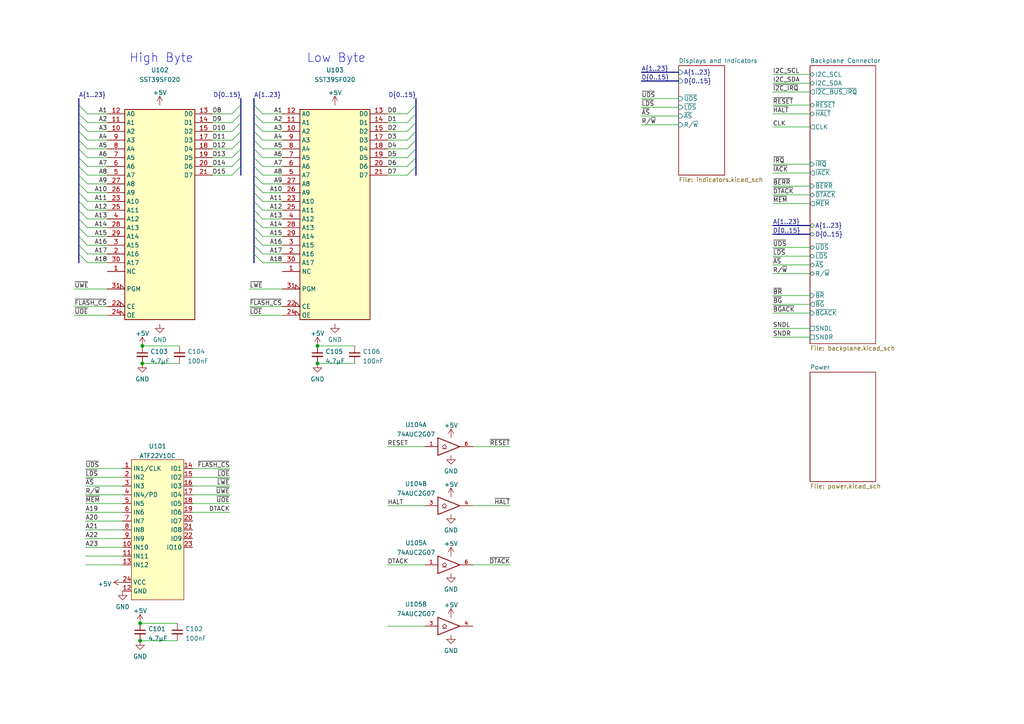
<source format=kicad_sch>
(kicad_sch (version 20211123) (generator eeschema)
  (paper "A4")
  (lib_symbols
    (symbol "68komputer-common:ATF22V10C"
      (property "Reference" "U" (at 0 3.81 0))
      (property "Value" "ATF22V10C" (at 0 1.27 0))
      (symbol "ATF22V10C_0_1"
        (rectangle (start -7.62 0) (end 7.62 -40.64) (stroke (width 0.1524)) (fill (type background)))
      )
      (symbol "ATF22V10C_1_1"
        (pin input line (at -10.16 -2.54 0) (length 2.54) (name "IN1/CLK") (number "1"))
        (pin input line (at -10.16 -25.4 0) (length 2.54) (name "IN10") (number "10"))
        (pin input line (at -10.16 -27.94 0) (length 2.54) (name "IN11") (number "11"))
        (pin power_in line (at -10.16 -38.1 0) (length 2.54) (name "GND") (number "12"))
        (pin input line (at -10.16 -30.48 0) (length 2.54) (name "IN12") (number "13"))
        (pin bidirectional line (at 10.16 -2.54 180) (length 2.54) (name "IO1") (number "14"))
        (pin bidirectional line (at 10.16 -5.08 180) (length 2.54) (name "IO2") (number "15"))
        (pin bidirectional line (at 10.16 -7.62 180) (length 2.54) (name "IO3") (number "16"))
        (pin bidirectional line (at 10.16 -10.16 180) (length 2.54) (name "IO4") (number "17"))
        (pin bidirectional line (at 10.16 -12.7 180) (length 2.54) (name "IO5") (number "18"))
        (pin bidirectional line (at 10.16 -15.24 180) (length 2.54) (name "IO6") (number "19"))
        (pin input line (at -10.16 -5.08 0) (length 2.54) (name "IN2") (number "2"))
        (pin bidirectional line (at 10.16 -17.78 180) (length 2.54) (name "IO7") (number "20"))
        (pin bidirectional line (at 10.16 -20.32 180) (length 2.54) (name "IO8") (number "21"))
        (pin bidirectional line (at 10.16 -22.86 180) (length 2.54) (name "IO9") (number "22"))
        (pin bidirectional line (at 10.16 -25.4 180) (length 2.54) (name "IO10") (number "23"))
        (pin power_in line (at -10.16 -35.56 0) (length 2.54) (name "VCC") (number "24"))
        (pin input line (at -10.16 -7.62 0) (length 2.54) (name "IN3") (number "3"))
        (pin input line (at -10.16 -10.16 0) (length 2.54) (name "IN4/PD") (number "4"))
        (pin input line (at -10.16 -12.7 0) (length 2.54) (name "IN5") (number "5"))
        (pin input line (at -10.16 -15.24 0) (length 2.54) (name "IN6") (number "6"))
        (pin input line (at -10.16 -17.78 0) (length 2.54) (name "IN7") (number "7"))
        (pin input line (at -10.16 -20.32 0) (length 2.54) (name "IN8") (number "8"))
        (pin input line (at -10.16 -22.86 0) (length 2.54) (name "IN9") (number "9"))
      )
    )
    (symbol "74xGxx:74AUC2G07" (pin_names (offset 1.016))
      (property "Reference" "U" (at -2.54 3.81 0))
      (property "Value" "74AUC2G07" (at 0 -3.81 0))
      (symbol "74AUC2G07_0_1"
        (polyline (pts (xy -2.54 -0.635) (xy -1.27 -0.635)))
        (polyline (pts (xy -3.81 2.54) (xy -3.81 -2.54) (xy 2.54 0) (xy -3.81 2.54)) (stroke (width 0.254)))
        (polyline (pts (xy -1.905 0.635) (xy -2.54 0) (xy -1.905 -0.635) (xy -1.27 0) (xy -1.905 0.635)))
        (pin power_in line (at 0 -2.54 270) (length 0) hide (name "GND") (number "2"))
        (pin power_in line (at 0 2.54 90) (length 0) hide (name "VCC") (number "5"))
      )
      (symbol "74AUC2G07_1_1"
        (pin input line (at -7.62 0 0) (length 3.81) (name "~") (number "1"))
        (pin open_collector line (at 6.35 0 180) (length 3.81) (name "~") (number "6"))
      )
      (symbol "74AUC2G07_2_1"
        (pin input line (at -7.62 0 0) (length 3.81) (name "~") (number "3"))
        (pin open_collector line (at 6.35 0 180) (length 3.81) (name "~") (number "4"))
      )
    )
    (symbol "Device:C_Small" (pin_numbers hide) (pin_names (offset 0.254) hide)
      (property "Reference" "C" (at 0.254 1.778 0))
      (property "Value" "C_Small" (at 0.254 -2.032 0))
      (symbol "C_Small_0_1"
        (polyline (pts (xy -1.524 -0.508) (xy 1.524 -0.508)) (stroke (width 0.3302)))
        (polyline (pts (xy -1.524 0.508) (xy 1.524 0.508)) (stroke (width 0.3048)))
      )
      (symbol "C_Small_1_1"
        (pin passive line (at 0 2.54 270) (length 2.032) (name "~") (number "1"))
        (pin passive line (at 0 -2.54 90) (length 2.032) (name "~") (number "2"))
      )
    )
    (symbol "Memory_Flash:SST39SF020"
      (property "Reference" "U" (at 2.54 33.02 0))
      (property "Value" "SST39SF020" (at 0 -30.48 0))
      (symbol "SST39SF020_0_0"
        (pin power_in line (at 0 -30.48 90) (length 1.27) hide (name "GND") (number "16"))
        (pin power_in line (at 0 33.02 270) (length 1.27) hide (name "VCC") (number "32"))
      )
      (symbol "SST39SF020_0_1"
        (rectangle (start -10.16 31.75) (end 10.16 -29.21) (stroke (width 0.254)) (fill (type background)))
      )
      (symbol "SST39SF020_1_1"
        (pin input line (at -15.24 -15.24 0) (length 5.08) (name "NC") (number "1"))
        (pin input line (at -15.24 25.4 0) (length 5.08) (name "A2") (number "10"))
        (pin input line (at -15.24 27.94 0) (length 5.08) (name "A1") (number "11"))
        (pin input line (at -15.24 30.48 0) (length 5.08) (name "A0") (number "12"))
        (pin tri_state line (at 15.24 30.48 180) (length 5.08) (name "D0") (number "13"))
        (pin tri_state line (at 15.24 27.94 180) (length 5.08) (name "D1") (number "14"))
        (pin tri_state line (at 15.24 25.4 180) (length 5.08) (name "D2") (number "15"))
        (pin tri_state line (at 15.24 22.86 180) (length 5.08) (name "D3") (number "17"))
        (pin tri_state line (at 15.24 20.32 180) (length 5.08) (name "D4") (number "18"))
        (pin tri_state line (at 15.24 17.78 180) (length 5.08) (name "D5") (number "19"))
        (pin input line (at -15.24 -10.16 0) (length 5.08) (name "A16") (number "2"))
        (pin tri_state line (at 15.24 15.24 180) (length 5.08) (name "D6") (number "20"))
        (pin tri_state line (at 15.24 12.7 180) (length 5.08) (name "D7") (number "21"))
        (pin input input_low (at -15.24 -25.4 0) (length 5.08) (name "CE") (number "22"))
        (pin input line (at -15.24 5.08 0) (length 5.08) (name "A10") (number "23"))
        (pin input input_low (at -15.24 -27.94 0) (length 5.08) (name "OE") (number "24"))
        (pin input line (at -15.24 2.54 0) (length 5.08) (name "A11") (number "25"))
        (pin input line (at -15.24 7.62 0) (length 5.08) (name "A9") (number "26"))
        (pin input line (at -15.24 10.16 0) (length 5.08) (name "A8") (number "27"))
        (pin input line (at -15.24 -2.54 0) (length 5.08) (name "A13") (number "28"))
        (pin input line (at -15.24 -5.08 0) (length 5.08) (name "A14") (number "29"))
        (pin input line (at -15.24 -7.62 0) (length 5.08) (name "A15") (number "3"))
        (pin input line (at -15.24 -12.7 0) (length 5.08) (name "A17") (number "30"))
        (pin input input_low (at -15.24 -20.32 0) (length 5.08) (name "PGM") (number "31"))
        (pin input line (at -15.24 0 0) (length 5.08) (name "A12") (number "4"))
        (pin input line (at -15.24 12.7 0) (length 5.08) (name "A7") (number "5"))
        (pin input line (at -15.24 15.24 0) (length 5.08) (name "A6") (number "6"))
        (pin input line (at -15.24 17.78 0) (length 5.08) (name "A5") (number "7"))
        (pin input line (at -15.24 20.32 0) (length 5.08) (name "A4") (number "8"))
        (pin input line (at -15.24 22.86 0) (length 5.08) (name "A3") (number "9"))
      )
    )
    (symbol "power:+5V" (power) (pin_names (offset 0))
      (property "Value" "+5V" (at 0 3.556 0))
      (symbol "+5V_0_1"
        (polyline (pts (xy -0.762 1.27) (xy 0 2.54)))
        (polyline (pts (xy 0 0) (xy 0 2.54)))
        (polyline (pts (xy 0 2.54) (xy 0.762 1.27)))
      )
      (symbol "+5V_1_1"
        (pin power_in line (at 0 0 90) (length 0) hide (name "+5V") (number "1"))
      )
    )
    (symbol "power:GND" (power) (pin_names (offset 0))
      (property "Value" "GND" (at 0 -3.81 0))
      (symbol "GND_0_1"
        (polyline (pts (xy 0 0) (xy 0 -1.27) (xy 1.27 -1.27) (xy 0 -2.54) (xy -1.27 -1.27) (xy 0 -1.27)))
      )
      (symbol "GND_1_1"
        (pin power_in line (at 0 0 270) (length 0) hide (name "GND") (number "1"))
      )
    )
  )
  (junction (at 92.075 100.33))
  (junction (at 41.275 105.41))
  (junction (at 92.075 105.41))
  (junction (at 40.64 185.8495))
  (junction (at 41.275 100.33))
  (junction (at 40.64 180.7695))
  (bus_entry (at 22.86 55.88) (size 2.54 2.54))
  (bus_entry (at 22.86 33.02) (size 2.54 2.54))
  (bus_entry (at 22.86 63.5) (size 2.54 2.54))
  (bus_entry (at 22.86 60.96) (size 2.54 2.54))
  (bus_entry (at 73.66 60.96) (size 2.54 2.54))
  (bus_entry (at 118.11 40.64) (size 2.54 -2.54))
  (bus_entry (at 67.31 33.02) (size 2.54 -2.54))
  (bus_entry (at 67.31 50.8) (size 2.54 -2.54))
  (bus_entry (at 118.11 35.56) (size 2.54 -2.54))
  (bus_entry (at 118.11 33.02) (size 2.54 -2.54))
  (bus_entry (at 22.86 40.64) (size 2.54 2.54))
  (bus_entry (at 73.66 66.04) (size 2.54 2.54))
  (bus_entry (at 118.11 38.1) (size 2.54 -2.54))
  (bus_entry (at 73.66 71.12) (size 2.54 2.54))
  (bus_entry (at 67.31 48.26) (size 2.54 -2.54))
  (bus_entry (at 73.66 68.58) (size 2.54 2.54))
  (bus_entry (at 118.11 48.26) (size 2.54 -2.54))
  (bus_entry (at 22.86 58.42) (size 2.54 2.54))
  (bus_entry (at 118.11 43.18) (size 2.54 -2.54))
  (bus_entry (at 118.11 50.8) (size 2.54 -2.54))
  (bus_entry (at 67.31 43.18) (size 2.54 -2.54))
  (bus_entry (at 22.86 73.66) (size 2.54 2.54))
  (bus_entry (at 22.86 53.34) (size 2.54 2.54))
  (bus_entry (at 73.66 45.72) (size 2.54 2.54))
  (bus_entry (at 22.86 30.48) (size 2.54 2.54))
  (bus_entry (at 118.11 45.72) (size 2.54 -2.54))
  (bus_entry (at 73.66 38.1) (size 2.54 2.54))
  (bus_entry (at 22.86 43.18) (size 2.54 2.54))
  (bus_entry (at 73.66 53.34) (size 2.54 2.54))
  (bus_entry (at 22.86 38.1) (size 2.54 2.54))
  (bus_entry (at 73.66 30.48) (size 2.54 2.54))
  (bus_entry (at 73.66 58.42) (size 2.54 2.54))
  (bus_entry (at 22.86 50.8) (size 2.54 2.54))
  (bus_entry (at 73.66 50.8) (size 2.54 2.54))
  (bus_entry (at 73.66 40.64) (size 2.54 2.54))
  (bus_entry (at 73.66 43.18) (size 2.54 2.54))
  (bus_entry (at 73.66 73.66) (size 2.54 2.54))
  (bus_entry (at 67.31 40.64) (size 2.54 -2.54))
  (bus_entry (at 22.86 45.72) (size 2.54 2.54))
  (bus_entry (at 22.86 71.12) (size 2.54 2.54))
  (bus_entry (at 22.86 48.26) (size 2.54 2.54))
  (bus_entry (at 73.66 48.26) (size 2.54 2.54))
  (bus_entry (at 73.66 33.02) (size 2.54 2.54))
  (bus_entry (at 73.66 55.88) (size 2.54 2.54))
  (bus_entry (at 22.86 35.56) (size 2.54 2.54))
  (bus_entry (at 67.31 35.56) (size 2.54 -2.54))
  (bus_entry (at 73.66 63.5) (size 2.54 2.54))
  (bus_entry (at 22.86 66.04) (size 2.54 2.54))
  (bus_entry (at 67.31 38.1) (size 2.54 -2.54))
  (bus_entry (at 73.66 35.56) (size 2.54 2.54))
  (bus_entry (at 67.31 45.72) (size 2.54 -2.54))
  (bus_entry (at 22.86 68.58) (size 2.54 2.54))
  (wire (pts (xy 55.88 138.43) (xy 66.675 138.43)))
  (wire (pts (xy 76.2 35.56) (xy 81.915 35.56)))
  (bus (pts (xy 22.86 33.02) (xy 22.86 35.56)))
  (bus (pts (xy 22.86 38.1) (xy 22.86 40.64)))
  (wire (pts (xy 24.765 138.43) (xy 35.56 138.43)))
  (bus (pts (xy 224.155 65.405) (xy 234.95 65.405)))
  (wire (pts (xy 72.39 83.82) (xy 81.915 83.82)))
  (wire (pts (xy 55.88 140.97) (xy 66.675 140.97)))
  (wire (pts (xy 61.595 35.56) (xy 67.31 35.56)))
  (wire (pts (xy 25.4 45.72) (xy 31.115 45.72)))
  (wire (pts (xy 61.595 40.64) (xy 67.31 40.64)))
  (wire (pts (xy 112.395 50.8) (xy 118.11 50.8)))
  (wire (pts (xy 76.2 66.04) (xy 81.915 66.04)))
  (bus (pts (xy 120.65 33.02) (xy 120.65 35.56)))
  (wire (pts (xy 40.64 180.7695) (xy 51.435 180.7695)))
  (wire (pts (xy 224.155 90.805) (xy 234.95 90.805)))
  (wire (pts (xy 25.4 48.26) (xy 31.115 48.26)))
  (bus (pts (xy 22.86 30.48) (xy 22.86 33.02)))
  (bus (pts (xy 120.65 40.64) (xy 120.65 43.18)))
  (wire (pts (xy 61.595 50.8) (xy 67.31 50.8)))
  (bus (pts (xy 22.86 58.42) (xy 22.86 60.96)))
  (wire (pts (xy 224.155 56.515) (xy 234.95 56.515)))
  (bus (pts (xy 224.155 67.945) (xy 234.95 67.945)))
  (wire (pts (xy 112.395 48.26) (xy 118.11 48.26)))
  (wire (pts (xy 24.765 158.75) (xy 35.56 158.75)))
  (bus (pts (xy 69.85 35.56) (xy 69.85 38.1)))
  (bus (pts (xy 69.85 38.1) (xy 69.85 40.64)))
  (bus (pts (xy 69.85 40.64) (xy 69.85 43.18)))
  (bus (pts (xy 69.85 28.575) (xy 69.85 30.48)))
  (bus (pts (xy 69.85 30.48) (xy 69.85 33.02)))
  (bus (pts (xy 69.85 33.02) (xy 69.85 35.56)))
  (bus (pts (xy 69.85 43.18) (xy 69.85 45.72)))
  (bus (pts (xy 69.85 48.26) (xy 69.85 50.8)))
  (bus (pts (xy 69.85 45.72) (xy 69.85 48.26)))
  (bus (pts (xy 22.86 73.66) (xy 22.86 76.2)))
  (wire (pts (xy 24.765 140.97) (xy 35.56 140.97)))
  (wire (pts (xy 76.2 38.1) (xy 81.915 38.1)))
  (wire (pts (xy 224.155 50.165) (xy 234.95 50.165)))
  (wire (pts (xy 76.2 40.64) (xy 81.915 40.64)))
  (wire (pts (xy 224.155 53.975) (xy 234.95 53.975)))
  (wire (pts (xy 55.88 135.89) (xy 66.675 135.89)))
  (bus (pts (xy 22.86 40.64) (xy 22.86 43.18)))
  (wire (pts (xy 224.155 85.725) (xy 234.95 85.725)))
  (wire (pts (xy 224.155 95.25) (xy 234.95 95.25)))
  (wire (pts (xy 61.595 45.72) (xy 67.31 45.72)))
  (wire (pts (xy 25.4 68.58) (xy 31.115 68.58)))
  (wire (pts (xy 76.2 50.8) (xy 81.915 50.8)))
  (bus (pts (xy 120.65 38.1) (xy 120.65 40.64)))
  (wire (pts (xy 224.155 47.625) (xy 234.95 47.625)))
  (wire (pts (xy 24.765 156.21) (xy 35.56 156.21)))
  (wire (pts (xy 61.595 48.26) (xy 67.31 48.26)))
  (wire (pts (xy 21.59 83.82) (xy 31.115 83.82)))
  (wire (pts (xy 61.595 43.18) (xy 67.31 43.18)))
  (wire (pts (xy 147.955 129.54) (xy 137.16 129.54)))
  (wire (pts (xy 24.765 146.05) (xy 35.56 146.05)))
  (wire (pts (xy 21.59 88.9) (xy 31.115 88.9)))
  (bus (pts (xy 120.65 43.18) (xy 120.65 45.72)))
  (wire (pts (xy 112.395 33.02) (xy 118.11 33.02)))
  (wire (pts (xy 25.4 40.64) (xy 31.115 40.64)))
  (wire (pts (xy 224.155 30.48) (xy 234.95 30.48)))
  (wire (pts (xy 24.765 148.59) (xy 35.56 148.59)))
  (wire (pts (xy 25.4 43.18) (xy 31.115 43.18)))
  (wire (pts (xy 224.155 79.375) (xy 234.95 79.375)))
  (wire (pts (xy 76.2 60.96) (xy 81.915 60.96)))
  (wire (pts (xy 41.275 100.33) (xy 52.07 100.33)))
  (wire (pts (xy 224.155 76.835) (xy 234.95 76.835)))
  (wire (pts (xy 224.155 36.83) (xy 234.95 36.83)))
  (wire (pts (xy 147.955 163.83) (xy 137.16 163.83)))
  (wire (pts (xy 186.055 28.575) (xy 196.85 28.575)))
  (bus (pts (xy 22.86 55.88) (xy 22.86 58.42)))
  (wire (pts (xy 21.59 91.44) (xy 31.115 91.44)))
  (bus (pts (xy 22.86 60.96) (xy 22.86 63.5)))
  (wire (pts (xy 25.4 63.5) (xy 31.115 63.5)))
  (wire (pts (xy 25.4 55.88) (xy 31.115 55.88)))
  (wire (pts (xy 76.2 71.12) (xy 81.915 71.12)))
  (wire (pts (xy 224.155 26.67) (xy 234.95 26.67)))
  (wire (pts (xy 92.075 105.41) (xy 102.87 105.41)))
  (wire (pts (xy 24.765 135.89) (xy 35.56 135.89)))
  (wire (pts (xy 186.055 36.195) (xy 196.85 36.195)))
  (wire (pts (xy 112.395 146.685) (xy 123.19 146.685)))
  (bus (pts (xy 186.055 23.495) (xy 196.85 23.495)))
  (wire (pts (xy 61.595 38.1) (xy 67.31 38.1)))
  (wire (pts (xy 147.955 146.685) (xy 137.16 146.685)))
  (wire (pts (xy 25.4 53.34) (xy 31.115 53.34)))
  (bus (pts (xy 22.86 68.58) (xy 22.86 71.12)))
  (bus (pts (xy 22.86 43.18) (xy 22.86 45.72)))
  (wire (pts (xy 112.395 129.54) (xy 123.19 129.54)))
  (wire (pts (xy 186.055 33.655) (xy 196.85 33.655)))
  (wire (pts (xy 76.2 76.2) (xy 81.915 76.2)))
  (wire (pts (xy 224.155 88.265) (xy 234.95 88.265)))
  (bus (pts (xy 120.65 30.48) (xy 120.65 33.02)))
  (bus (pts (xy 22.86 50.8) (xy 22.86 53.34)))
  (wire (pts (xy 25.4 33.02) (xy 31.115 33.02)))
  (wire (pts (xy 25.4 58.42) (xy 31.115 58.42)))
  (wire (pts (xy 72.39 88.9) (xy 81.915 88.9)))
  (wire (pts (xy 76.2 58.42) (xy 81.915 58.42)))
  (wire (pts (xy 24.765 151.13) (xy 35.56 151.13)))
  (wire (pts (xy 76.2 45.72) (xy 81.915 45.72)))
  (bus (pts (xy 22.86 71.12) (xy 22.86 73.66)))
  (wire (pts (xy 76.2 73.66) (xy 81.915 73.66)))
  (bus (pts (xy 22.86 28.575) (xy 22.86 30.48)))
  (wire (pts (xy 25.4 66.04) (xy 31.115 66.04)))
  (bus (pts (xy 22.86 45.72) (xy 22.86 48.26)))
  (wire (pts (xy 224.155 21.59) (xy 234.95 21.59)))
  (wire (pts (xy 186.055 31.115) (xy 196.85 31.115)))
  (wire (pts (xy 76.2 55.88) (xy 81.915 55.88)))
  (wire (pts (xy 25.4 76.2) (xy 31.115 76.2)))
  (wire (pts (xy 224.155 33.02) (xy 234.95 33.02)))
  (wire (pts (xy 25.4 73.66) (xy 31.115 73.66)))
  (wire (pts (xy 24.765 161.29) (xy 35.56 161.29)))
  (bus (pts (xy 73.66 35.56) (xy 73.66 38.1)))
  (bus (pts (xy 73.66 33.02) (xy 73.66 35.56)))
  (bus (pts (xy 73.66 38.1) (xy 73.66 40.64)))
  (bus (pts (xy 73.66 40.64) (xy 73.66 43.18)))
  (bus (pts (xy 73.66 43.18) (xy 73.66 45.72)))
  (bus (pts (xy 73.66 28.575) (xy 73.66 30.48)))
  (bus (pts (xy 73.66 30.48) (xy 73.66 33.02)))
  (bus (pts (xy 73.66 50.8) (xy 73.66 53.34)))
  (bus (pts (xy 73.66 48.26) (xy 73.66 50.8)))
  (bus (pts (xy 73.66 53.34) (xy 73.66 55.88)))
  (bus (pts (xy 73.66 45.72) (xy 73.66 48.26)))
  (bus (pts (xy 73.66 63.5) (xy 73.66 66.04)))
  (bus (pts (xy 73.66 60.96) (xy 73.66 63.5)))
  (bus (pts (xy 73.66 55.88) (xy 73.66 58.42)))
  (bus (pts (xy 73.66 58.42) (xy 73.66 60.96)))
  (bus (pts (xy 73.66 66.04) (xy 73.66 68.58)))
  (bus (pts (xy 73.66 73.66) (xy 73.66 76.2)))
  (bus (pts (xy 73.66 71.12) (xy 73.66 73.66)))
  (bus (pts (xy 73.66 68.58) (xy 73.66 71.12)))
  (wire (pts (xy 76.2 33.02) (xy 81.915 33.02)))
  (wire (pts (xy 76.2 63.5) (xy 81.915 63.5)))
  (bus (pts (xy 22.86 53.34) (xy 22.86 55.88)))
  (wire (pts (xy 112.395 45.72) (xy 118.11 45.72)))
  (wire (pts (xy 55.88 146.05) (xy 66.675 146.05)))
  (bus (pts (xy 120.65 48.26) (xy 120.65 50.8)))
  (bus (pts (xy 22.86 66.04) (xy 22.86 68.58)))
  (bus (pts (xy 22.86 35.56) (xy 22.86 38.1)))
  (bus (pts (xy 120.65 28.575) (xy 120.65 30.48)))
  (wire (pts (xy 41.275 105.41) (xy 52.07 105.41)))
  (wire (pts (xy 55.88 143.51) (xy 66.675 143.51)))
  (wire (pts (xy 25.4 60.96) (xy 31.115 60.96)))
  (wire (pts (xy 92.075 100.33) (xy 102.87 100.33)))
  (wire (pts (xy 112.395 38.1) (xy 118.11 38.1)))
  (wire (pts (xy 112.395 35.56) (xy 118.11 35.56)))
  (bus (pts (xy 186.055 20.955) (xy 196.85 20.955)))
  (bus (pts (xy 120.65 45.72) (xy 120.65 48.26)))
  (wire (pts (xy 224.155 24.13) (xy 234.95 24.13)))
  (wire (pts (xy 224.155 97.79) (xy 234.95 97.79)))
  (bus (pts (xy 120.65 35.56) (xy 120.65 38.1)))
  (wire (pts (xy 224.155 74.295) (xy 234.95 74.295)))
  (wire (pts (xy 40.64 185.8495) (xy 51.435 185.8495)))
  (bus (pts (xy 22.86 48.26) (xy 22.86 50.8)))
  (wire (pts (xy 112.395 40.64) (xy 118.11 40.64)))
  (wire (pts (xy 25.4 38.1) (xy 31.115 38.1)))
  (wire (pts (xy 224.155 59.055) (xy 234.95 59.055)))
  (bus (pts (xy 22.86 63.5) (xy 22.86 66.04)))
  (wire (pts (xy 24.765 163.83) (xy 35.56 163.83)))
  (wire (pts (xy 24.765 143.51) (xy 35.56 143.51)))
  (wire (pts (xy 112.395 181.61) (xy 123.19 181.61)))
  (wire (pts (xy 25.4 35.56) (xy 31.115 35.56)))
  (wire (pts (xy 72.39 91.44) (xy 81.915 91.44)))
  (wire (pts (xy 25.4 71.12) (xy 31.115 71.12)))
  (wire (pts (xy 224.155 71.755) (xy 234.95 71.755)))
  (wire (pts (xy 55.88 148.59) (xy 66.675 148.59)))
  (wire (pts (xy 25.4 50.8) (xy 31.115 50.8)))
  (wire (pts (xy 76.2 43.18) (xy 81.915 43.18)))
  (wire (pts (xy 24.765 153.67) (xy 35.56 153.67)))
  (wire (pts (xy 76.2 53.34) (xy 81.915 53.34)))
  (wire (pts (xy 112.395 163.83) (xy 123.19 163.83)))
  (wire (pts (xy 76.2 48.26) (xy 81.915 48.26)))
  (wire (pts (xy 112.395 43.18) (xy 118.11 43.18)))
  (wire (pts (xy 76.2 68.58) (xy 81.915 68.58)))
  (wire (pts (xy 61.595 33.02) (xy 67.31 33.02)))
  (text "Low Byte" (at 88.9 18.415 0) (effects (font (size 2.54 2.54)) (justify left bottom)))
  (text "High Byte" (at 37.465 18.415 0) (effects (font (size 2.54 2.54)) (justify left bottom)))
  (label "~{RESET}" (at 224.155 30.48 0))
  (label "~{FLASH_CS}" (at 21.59 88.9 0))
  (label "A16" (at 31.115 71.12 180))
  (label "D14" (at 61.595 48.26 0))
  (label "D3" (at 112.395 40.64 0))
  (label "DTACK" (at 112.395 163.83 0))
  (label "RESET" (at 112.395 129.54 0))
  (label "~{LDS}" (at 24.765 138.43 0))
  (label "A23" (at 24.765 158.75 0))
  (label "A15" (at 81.915 68.58 180))
  (label "~{UOE}" (at 66.675 146.05 180))
  (label "~{DTACK}" (at 147.955 163.83 180))
  (label "D10" (at 61.595 38.1 0))
  (label "A3" (at 31.115 38.1 180))
  (label "I2C_SDA" (at 224.155 24.13 0))
  (label "~{LWE}" (at 72.39 83.82 0))
  (label "~{BGACK}" (at 224.155 90.805 0))
  (label "~{UDS}" (at 224.155 71.755 0))
  (label "~{BG}" (at 224.155 88.265 0))
  (label "A2" (at 31.115 35.56 180))
  (label "D{0..15}" (at 186.055 23.495 0))
  (label "D0" (at 112.395 33.02 0))
  (label "R{slash}~{W}" (at 186.055 36.195 0))
  (label "~{UWE}" (at 21.59 83.82 0))
  (label "A7" (at 31.115 48.26 180))
  (label "~{UOE}" (at 21.59 91.44 0))
  (label "A4" (at 31.115 40.64 180))
  (label "~{MEM}" (at 224.155 59.055 0))
  (label "A21" (at 24.765 153.67 0))
  (label "~{UWE}" (at 66.675 143.51 180))
  (label "A9" (at 31.115 53.34 180))
  (label "A2" (at 81.915 35.56 180))
  (label "A6" (at 31.115 45.72 180))
  (label "DTACK" (at 66.675 148.59 180))
  (label "~{FLASH_CS}" (at 66.675 135.89 180))
  (label "~{LOE}" (at 72.39 91.44 0))
  (label "A{1..23}" (at 22.86 28.575 0))
  (label "A3" (at 81.915 38.1 180))
  (label "~{I2C_IRQ}" (at 224.155 26.67 0))
  (label "I2C_SCL" (at 224.155 21.59 0))
  (label "~{MEM}" (at 24.765 146.05 0))
  (label "R{slash}~{W}" (at 224.155 79.375 0))
  (label "A{1..23}" (at 224.155 65.405 0))
  (label "A6" (at 81.915 45.72 180))
  (label "A8" (at 81.915 50.8 180))
  (label "D9" (at 61.595 35.56 0))
  (label "R{slash}~{W}" (at 24.765 143.51 0))
  (label "A{1..23}" (at 73.66 28.575 0))
  (label "A13" (at 31.115 63.5 180))
  (label "A18" (at 81.915 76.2 180))
  (label "A10" (at 31.115 55.88 180))
  (label "A20" (at 24.765 151.13 0))
  (label "A{1..23}" (at 186.055 20.955 0))
  (label "A11" (at 81.915 58.42 180))
  (label "~{BERR}" (at 224.155 53.975 0))
  (label "~{FLASH_CS}" (at 72.39 88.9 0))
  (label "SNDL" (at 224.155 95.25 0))
  (label "~{HALT}" (at 224.155 33.02 0))
  (label "A1" (at 81.915 33.02 180))
  (label "D11" (at 61.595 40.64 0))
  (label "A11" (at 31.115 58.42 180))
  (label "~{LDS}" (at 186.055 31.115 0))
  (label "A8" (at 31.115 50.8 180))
  (label "A14" (at 31.115 66.04 180))
  (label "D4" (at 112.395 43.18 0))
  (label "A13" (at 81.915 63.5 180))
  (label "~{AS}" (at 24.765 140.97 0))
  (label "CLK" (at 224.155 36.83 0))
  (label "~{RESET}" (at 147.955 129.54 180))
  (label "D6" (at 112.395 48.26 0))
  (label "D15" (at 61.595 50.8 0))
  (label "A9" (at 81.915 53.34 180))
  (label "A17" (at 31.115 73.66 180))
  (label "D8" (at 61.595 33.02 0))
  (label "D13" (at 61.595 45.72 0))
  (label "A10" (at 81.915 55.88 180))
  (label "A12" (at 31.115 60.96 180))
  (label "A19" (at 24.765 148.59 0))
  (label "A14" (at 81.915 66.04 180))
  (label "A18" (at 31.115 76.2 180))
  (label "A1" (at 31.115 33.02 180))
  (label "~{BR}" (at 224.155 85.725 0))
  (label "D{0..15}" (at 224.155 67.945 0))
  (label "A12" (at 81.915 60.96 180))
  (label "A4" (at 81.915 40.64 180))
  (label "~{AS}" (at 186.055 33.655 0))
  (label "A5" (at 31.115 43.18 180))
  (label "A5" (at 81.915 43.18 180))
  (label "D{0..15}" (at 69.85 28.575 180))
  (label "HALT" (at 112.395 146.685 0))
  (label "A17" (at 81.915 73.66 180))
  (label "D12" (at 61.595 43.18 0))
  (label "~{LWE}" (at 66.675 140.97 180))
  (label "D5" (at 112.395 45.72 0))
  (label "A7" (at 81.915 48.26 180))
  (label "~{IACK}" (at 224.155 50.165 0))
  (label "~{HALT}" (at 147.955 146.685 180))
  (label "~{AS}" (at 224.155 76.835 0))
  (label "~{UDS}" (at 24.765 135.89 0))
  (label "~{LDS}" (at 224.155 74.295 0))
  (label "D2" (at 112.395 38.1 0))
  (label "A15" (at 31.115 68.58 180))
  (label "A22" (at 24.765 156.21 0))
  (label "SNDR" (at 224.155 97.79 0))
  (label "A16" (at 81.915 71.12 180))
  (label "D{0..15}" (at 120.65 28.575 180))
  (label "~{DTACK}" (at 224.155 56.515 0))
  (label "~{LOE}" (at 66.675 138.43 180))
  (label "~{IRQ}" (at 224.155 47.625 0))
  (label "D1" (at 112.395 35.56 0))
  (label "~{UDS}" (at 186.055 28.575 0))
  (label "D7" (at 112.395 50.8 0))
  (symbol (lib_id "power:+5V") (at 130.81 161.29 0) (unit 1)
    (property "Reference" "#PWR0117" (effects hide))
    (property "Value" "+5V" (at 130.81 157.6855 0))
  )
  (symbol (lib_id "Device:C_Small") (at 40.64 183.3095 0) (unit 1)
    (property "Reference" "C101" (at 42.9641 182.401 0) (effects (justify left)))
    (property "Value" "4.7µF" (at 42.9641 185.1761 0) (effects (justify left)))
    (property "Footprint" "Capacitor_SMD:C_0805_2012Metric" (effects hide))
  )
  (symbol (lib_id "power:+5V") (at 130.81 127 0) (unit 1)
    (property "Reference" "#PWR0113" (effects hide))
    (property "Value" "+5V" (at 130.81 123.3955 0))
  )
  (symbol (lib_id "Memory_Flash:SST39SF020") (at 46.355 63.5 0) (unit 1)
    (property "Reference" "U102" (at 46.355 20.32 0))
    (property "Value" "SST39SF020" (at 46.355 23.0951 0))
    (property "Footprint" "Socket:DIP_Socket-32_W11.9_W12.7_W15.24_W17.78_W18.5_3M_232-1285-00-0602J" (effects hide))
    (property "Datasheet" "http://ww1.microchip.com/downloads/en/DeviceDoc/25022B.pdf" (effects hide))
  )
  (symbol (lib_id "power:GND") (at 130.81 149.225 0) (unit 1)
    (property "Reference" "#PWR0116" (effects hide))
    (property "Value" "GND" (at 130.81 153.7874 0))
  )
  (symbol (lib_id "68komputer-common:ATF22V10C") (at 45.72 133.35 0) (unit 1)
    (property "Reference" "U101" (at 45.72 129.4343 0))
    (property "Value" "ATF22V10C" (at 45.72 132.2094 0))
    (property "Footprint" "Package_DIP:DIP-24_W7.62mm_Socket" (effects hide))
    (property "Datasheet" "https://www.microchip.com/content/dam/mchp/documents/OTH/ProductDocuments/DataSheets/doc0735.pdf" (effects hide))
  )
  (symbol (lib_id "Device:C_Small") (at 52.07 102.87 0) (unit 1)
    (property "Reference" "C104" (at 54.3941 101.9615 0) (effects (justify left)))
    (property "Value" "100nF" (at 54.3941 104.7366 0) (effects (justify left)))
    (property "Footprint" "Capacitor_SMD:C_0805_2012Metric" (effects hide))
  )
  (symbol (lib_id "power:GND") (at 130.81 132.08 0) (unit 1)
    (property "Reference" "#PWR0114" (effects hide))
    (property "Value" "GND" (at 130.81 136.6424 0))
  )
  (symbol (lib_id "power:GND") (at 97.155 93.98 0) (unit 1)
    (property "Reference" "#PWR0106" (effects hide))
    (property "Value" "GND" (at 97.155 98.5424 0))
  )
  (symbol (lib_id "74xGxx:74AUC2G07") (at 130.81 181.61 0) (unit 2)
    (property "Reference" "U105" (at 120.65 175.26 0))
    (property "Value" "74AUC2G07" (at 120.65 178.0351 0))
    (property "Footprint" "Package_TO_SOT_SMD:SOT-23-6" (effects hide))
    (property "Datasheet" "http://www.ti.com/lit/sg/scyt129e/scyt129e.pdf" (effects hide))
  )
  (symbol (lib_id "Device:C_Small") (at 51.435 183.3095 0) (unit 1)
    (property "Reference" "C102" (at 53.7591 182.401 0) (effects (justify left)))
    (property "Value" "100nF" (at 53.7591 185.1761 0) (effects (justify left)))
    (property "Footprint" "Capacitor_SMD:C_0805_2012Metric" (effects hide))
  )
  (symbol (lib_id "Device:C_Small") (at 102.87 102.87 0) (unit 1)
    (property "Reference" "C106" (at 105.1941 101.9615 0) (effects (justify left)))
    (property "Value" "100nF" (at 105.1941 104.7366 0) (effects (justify left)))
    (property "Footprint" "Capacitor_SMD:C_0805_2012Metric" (effects hide))
  )
  (symbol (lib_id "power:+5V") (at 130.81 144.145 0) (unit 1)
    (property "Reference" "#PWR0115" (effects hide))
    (property "Value" "+5V" (at 130.81 140.5405 0))
  )
  (symbol (lib_id "74xGxx:74AUC2G07") (at 130.81 129.54 0) (unit 1)
    (property "Reference" "U104" (at 120.65 123.19 0))
    (property "Value" "74AUC2G07" (at 120.65 125.9651 0))
    (property "Footprint" "Package_TO_SOT_SMD:SOT-23-6" (effects hide))
    (property "Datasheet" "http://www.ti.com/lit/sg/scyt129e/scyt129e.pdf" (effects hide))
  )
  (symbol (lib_id "power:GND") (at 40.64 185.8495 0) (unit 1)
    (property "Reference" "#PWR0104" (effects hide))
    (property "Value" "GND" (at 40.64 190.4119 0))
  )
  (symbol (lib_id "power:+5V") (at 97.155 30.48 0) (unit 1)
    (property "Reference" "#PWR0112" (effects hide))
    (property "Value" "+5V" (at 97.155 26.8755 0))
  )
  (symbol (lib_id "Device:C_Small") (at 92.075 102.87 0) (unit 1)
    (property "Reference" "C105" (at 94.3991 101.9615 0) (effects (justify left)))
    (property "Value" "4.7µF" (at 94.3991 104.7366 0) (effects (justify left)))
    (property "Footprint" "Capacitor_SMD:C_0805_2012Metric" (effects hide))
  )
  (symbol (lib_id "power:+5V") (at 35.56 168.91 90) (unit 1)
    (property "Reference" "#PWR0101" (effects hide))
    (property "Value" "+5V" (at 32.385 169.389 90) (effects (justify left)))
  )
  (symbol (lib_id "power:GND") (at 92.075 105.41 0) (unit 1)
    (property "Reference" "#PWR0111" (effects hide))
    (property "Value" "GND" (at 92.075 109.9724 0))
  )
  (symbol (lib_id "power:+5V") (at 130.81 179.07 0) (unit 1)
    (property "Reference" "#PWR0119" (effects hide))
    (property "Value" "+5V" (at 130.81 175.4655 0))
  )
  (symbol (lib_id "power:+5V") (at 92.075 100.33 0) (unit 1)
    (property "Reference" "#PWR0110" (effects hide))
    (property "Value" "+5V" (at 92.075 96.7255 0))
  )
  (symbol (lib_id "Device:C_Small") (at 41.275 102.87 0) (unit 1)
    (property "Reference" "C103" (at 43.5991 101.9615 0) (effects (justify left)))
    (property "Value" "4.7µF" (at 43.5991 104.7366 0) (effects (justify left)))
    (property "Footprint" "Capacitor_SMD:C_0805_2012Metric" (effects hide))
  )
  (symbol (lib_id "power:+5V") (at 41.275 100.33 0) (unit 1)
    (property "Reference" "#PWR0107" (effects hide))
    (property "Value" "+5V" (at 41.275 96.7255 0))
  )
  (symbol (lib_id "power:GND") (at 46.355 93.98 0) (unit 1)
    (property "Reference" "#PWR0105" (effects hide))
    (property "Value" "GND" (at 46.355 98.5424 0))
  )
  (symbol (lib_id "power:+5V") (at 40.64 180.7695 0) (unit 1)
    (property "Reference" "#PWR0103" (effects hide))
    (property "Value" "+5V" (at 40.64 177.165 0))
  )
  (symbol (lib_id "74xGxx:74AUC2G07") (at 130.81 146.685 0) (unit 2)
    (property "Reference" "U104" (at 120.65 140.335 0))
    (property "Value" "74AUC2G07" (at 120.65 143.1101 0))
    (property "Footprint" "Package_TO_SOT_SMD:SOT-23-6" (effects hide))
    (property "Datasheet" "http://www.ti.com/lit/sg/scyt129e/scyt129e.pdf" (effects hide))
  )
  (symbol (lib_id "power:GND") (at 130.81 184.15 0) (unit 1)
    (property "Reference" "#PWR0120" (effects hide))
    (property "Value" "GND" (at 130.81 188.7124 0))
  )
  (symbol (lib_id "power:GND") (at 130.81 166.37 0) (unit 1)
    (property "Reference" "#PWR0118" (effects hide))
    (property "Value" "GND" (at 130.81 170.9324 0))
  )
  (symbol (lib_id "74xGxx:74AUC2G07") (at 130.81 163.83 0) (unit 1)
    (property "Reference" "U105" (at 120.65 157.48 0))
    (property "Value" "74AUC2G07" (at 120.65 160.2551 0))
    (property "Footprint" "Package_TO_SOT_SMD:SOT-23-6" (effects hide))
    (property "Datasheet" "http://www.ti.com/lit/sg/scyt129e/scyt129e.pdf" (effects hide))
  )
  (symbol (lib_id "power:GND") (at 41.275 105.41 0) (unit 1)
    (property "Reference" "#PWR0108" (effects hide))
    (property "Value" "GND" (at 41.275 109.9724 0))
  )
  (symbol (lib_id "Memory_Flash:SST39SF020") (at 97.155 63.5 0) (unit 1)
    (property "Reference" "U103" (at 97.155 20.32 0))
    (property "Value" "SST39SF020" (at 97.155 23.0951 0))
    (property "Footprint" "Socket:DIP_Socket-32_W11.9_W12.7_W15.24_W17.78_W18.5_3M_232-1285-00-0602J" (effects hide))
    (property "Datasheet" "http://ww1.microchip.com/downloads/en/DeviceDoc/25022B.pdf" (effects hide))
  )
  (symbol (lib_id "power:+5V") (at 46.355 30.48 0) (unit 1)
    (property "Reference" "#PWR0109" (effects hide))
    (property "Value" "+5V" (at 46.355 26.8755 0))
  )
  (symbol (lib_id "power:GND") (at 35.56 171.45 0) (unit 1)
    (property "Reference" "#PWR0102" (effects hide))
    (property "Value" "GND" (at 35.56 176.0124 0))
  )
  (sheet (at 196.85 19.05) (size 13.335 31.75) (stroke (width 0.1524))
    (property "Sheet name" "Displays and Indicators" (at 196.85 18.3384 0) (effects (justify left bottom)))
    (property "Sheet file" "indicators.kicad_sch" (at 196.85 51.3846 0) (effects (justify left top)))
    (pin "A{1..23}" input (at 196.85 20.955 180))
    (pin "D{0..15}" input (at 196.85 23.495 180))
    (pin "~{LDS}" input (at 196.85 31.115 180))
    (pin "~{UDS}" input (at 196.85 28.575 180))
    (pin "R{slash}~{W}" input (at 196.85 36.195 180))
    (pin "~{AS}" input (at 196.85 33.655 180))
  )
  (sheet (at 234.95 107.95) (size 19.05 31.75) (stroke (width 0.1524))
    (property "Sheet name" "Power" (at 234.95 107.2384 0) (effects (justify left bottom)))
    (property "Sheet file" "power.kicad_sch" (at 234.95 140.2846 0) (effects (justify left top)))
  )
  (sheet (at 234.95 19.05) (size 19.05 80.645) (stroke (width 0.1524))
    (property "Sheet name" "Backplane Connector" (at 234.95 18.3384 0) (effects (justify left bottom)))
    (property "Sheet file" "backplane.kicad_sch" (at 234.95 100.2796 0) (effects (justify left top)))
    (pin "I2C_SCL" tri_state (at 234.95 21.59 180))
    (pin "D{0..15}" bidirectional (at 234.95 67.945 180))
    (pin "~{BG}" output (at 234.95 88.265 180))
    (pin "~{IRQ}" input (at 234.95 47.625 180))
    (pin "~{DTACK}" bidirectional (at 234.95 56.515 180))
    (pin "~{BR}" input (at 234.95 85.725 180))
    (pin "A{1..23}" bidirectional (at 234.95 65.405 180))
    (pin "~{HALT}" bidirectional (at 234.95 33.02 180))
    (pin "SNDL" passive (at 234.95 95.25 180))
    (pin "~{BGACK}" input (at 234.95 90.805 180))
    (pin "~{BERR}" input (at 234.95 53.975 180))
    (pin "~{MEM}" output (at 234.95 59.055 180))
    (pin "~{IACK}" output (at 234.95 50.165 180))
    (pin "~{RESET}" bidirectional (at 234.95 30.48 180))
    (pin "~{I2C_BUS_IRQ}" output (at 234.95 26.67 180))
    (pin "I2C_SDA" tri_state (at 234.95 24.13 180))
    (pin "SNDR" passive (at 234.95 97.79 180))
    (pin "~{UDS}" bidirectional (at 234.95 71.755 180))
    (pin "~{AS}" bidirectional (at 234.95 76.835 180))
    (pin "~{LDS}" bidirectional (at 234.95 74.295 180))
    (pin "R{slash}~{W}" bidirectional (at 234.95 79.375 180))
    (pin "CLK" output (at 234.95 36.83 180))
  )
)
</source>
